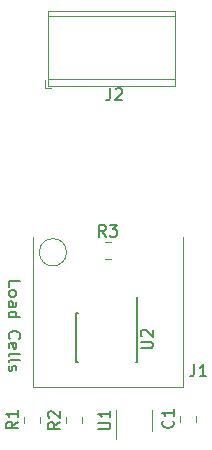
<source format=gto>
G04 #@! TF.GenerationSoftware,KiCad,Pcbnew,(5.1.0)-1*
G04 #@! TF.CreationDate,2019-04-03T23:02:26-04:00*
G04 #@! TF.ProjectId,loadcell_daughter,6c6f6164-6365-46c6-9c5f-646175676874,rev?*
G04 #@! TF.SameCoordinates,Original*
G04 #@! TF.FileFunction,Legend,Top*
G04 #@! TF.FilePolarity,Positive*
%FSLAX46Y46*%
G04 Gerber Fmt 4.6, Leading zero omitted, Abs format (unit mm)*
G04 Created by KiCad (PCBNEW (5.1.0)-1) date 2019-04-03 23:02:26*
%MOMM*%
%LPD*%
G04 APERTURE LIST*
%ADD10C,0.120000*%
%ADD11C,0.150000*%
G04 APERTURE END LIST*
D10*
X154058034Y-91948000D02*
G75*
G03X154058034Y-91948000I-1150034J0D01*
G01*
D11*
X149153619Y-94885285D02*
X149153619Y-94409095D01*
X150153619Y-94409095D01*
X149153619Y-95361476D02*
X149201238Y-95266238D01*
X149248857Y-95218619D01*
X149344095Y-95171000D01*
X149629809Y-95171000D01*
X149725047Y-95218619D01*
X149772666Y-95266238D01*
X149820285Y-95361476D01*
X149820285Y-95504333D01*
X149772666Y-95599571D01*
X149725047Y-95647190D01*
X149629809Y-95694809D01*
X149344095Y-95694809D01*
X149248857Y-95647190D01*
X149201238Y-95599571D01*
X149153619Y-95504333D01*
X149153619Y-95361476D01*
X149153619Y-96551952D02*
X149677428Y-96551952D01*
X149772666Y-96504333D01*
X149820285Y-96409095D01*
X149820285Y-96218619D01*
X149772666Y-96123380D01*
X149201238Y-96551952D02*
X149153619Y-96456714D01*
X149153619Y-96218619D01*
X149201238Y-96123380D01*
X149296476Y-96075761D01*
X149391714Y-96075761D01*
X149486952Y-96123380D01*
X149534571Y-96218619D01*
X149534571Y-96456714D01*
X149582190Y-96551952D01*
X149153619Y-97456714D02*
X150153619Y-97456714D01*
X149201238Y-97456714D02*
X149153619Y-97361476D01*
X149153619Y-97171000D01*
X149201238Y-97075761D01*
X149248857Y-97028142D01*
X149344095Y-96980523D01*
X149629809Y-96980523D01*
X149725047Y-97028142D01*
X149772666Y-97075761D01*
X149820285Y-97171000D01*
X149820285Y-97361476D01*
X149772666Y-97456714D01*
X149248857Y-99266238D02*
X149201238Y-99218619D01*
X149153619Y-99075761D01*
X149153619Y-98980523D01*
X149201238Y-98837666D01*
X149296476Y-98742428D01*
X149391714Y-98694809D01*
X149582190Y-98647190D01*
X149725047Y-98647190D01*
X149915523Y-98694809D01*
X150010761Y-98742428D01*
X150106000Y-98837666D01*
X150153619Y-98980523D01*
X150153619Y-99075761D01*
X150106000Y-99218619D01*
X150058380Y-99266238D01*
X149201238Y-100075761D02*
X149153619Y-99980523D01*
X149153619Y-99790047D01*
X149201238Y-99694809D01*
X149296476Y-99647190D01*
X149677428Y-99647190D01*
X149772666Y-99694809D01*
X149820285Y-99790047D01*
X149820285Y-99980523D01*
X149772666Y-100075761D01*
X149677428Y-100123380D01*
X149582190Y-100123380D01*
X149486952Y-99647190D01*
X149153619Y-100694809D02*
X149201238Y-100599571D01*
X149296476Y-100551952D01*
X150153619Y-100551952D01*
X149153619Y-101218619D02*
X149201238Y-101123380D01*
X149296476Y-101075761D01*
X150153619Y-101075761D01*
X149201238Y-101551952D02*
X149153619Y-101647190D01*
X149153619Y-101837666D01*
X149201238Y-101932904D01*
X149296476Y-101980523D01*
X149344095Y-101980523D01*
X149439333Y-101932904D01*
X149486952Y-101837666D01*
X149486952Y-101694809D01*
X149534571Y-101599571D01*
X149629809Y-101551952D01*
X149677428Y-101551952D01*
X149772666Y-101599571D01*
X149820285Y-101694809D01*
X149820285Y-101837666D01*
X149772666Y-101932904D01*
X160005000Y-97112000D02*
X160005000Y-95712000D01*
X154905000Y-97112000D02*
X154905000Y-101262000D01*
X160055000Y-97112000D02*
X160055000Y-101262000D01*
X154905000Y-97112000D02*
X155050000Y-97112000D01*
X154905000Y-101262000D02*
X155050000Y-101262000D01*
X160055000Y-101262000D02*
X159910000Y-101262000D01*
X160055000Y-97112000D02*
X160005000Y-97112000D01*
D10*
X163628000Y-106303578D02*
X163628000Y-105786422D01*
X165048000Y-106303578D02*
X165048000Y-105786422D01*
X163957000Y-103378000D02*
X151257000Y-103378000D01*
X151257000Y-103378000D02*
X151257000Y-90678000D01*
X163957000Y-103378000D02*
X163957000Y-90678000D01*
X152491000Y-77276000D02*
X163231000Y-77276000D01*
X152491000Y-71976000D02*
X163231000Y-71976000D01*
X152491000Y-71516000D02*
X163231000Y-71516000D01*
X152491000Y-77836000D02*
X163231000Y-77836000D01*
X152491000Y-71516000D02*
X152491000Y-77836000D01*
X163231000Y-71516000D02*
X163231000Y-77836000D01*
X152251000Y-77336000D02*
X152251000Y-78076000D01*
X152251000Y-78076000D02*
X152751000Y-78076000D01*
X151840000Y-106382078D02*
X151840000Y-105864922D01*
X150420000Y-106382078D02*
X150420000Y-105864922D01*
X153976000Y-106430578D02*
X153976000Y-105913422D01*
X155396000Y-106430578D02*
X155396000Y-105913422D01*
X157299922Y-91111000D02*
X157817078Y-91111000D01*
X157299922Y-92531000D02*
X157817078Y-92531000D01*
X161326000Y-107052000D02*
X161326000Y-105292000D01*
X158256000Y-105292000D02*
X158256000Y-107722000D01*
D11*
X160361380Y-100075904D02*
X161170904Y-100075904D01*
X161266142Y-100028285D01*
X161313761Y-99980666D01*
X161361380Y-99885428D01*
X161361380Y-99694952D01*
X161313761Y-99599714D01*
X161266142Y-99552095D01*
X161170904Y-99504476D01*
X160361380Y-99504476D01*
X160456619Y-99075904D02*
X160409000Y-99028285D01*
X160361380Y-98933047D01*
X160361380Y-98694952D01*
X160409000Y-98599714D01*
X160456619Y-98552095D01*
X160551857Y-98504476D01*
X160647095Y-98504476D01*
X160789952Y-98552095D01*
X161361380Y-99123523D01*
X161361380Y-98504476D01*
X163045142Y-106211666D02*
X163092761Y-106259285D01*
X163140380Y-106402142D01*
X163140380Y-106497380D01*
X163092761Y-106640238D01*
X162997523Y-106735476D01*
X162902285Y-106783095D01*
X162711809Y-106830714D01*
X162568952Y-106830714D01*
X162378476Y-106783095D01*
X162283238Y-106735476D01*
X162188000Y-106640238D01*
X162140380Y-106497380D01*
X162140380Y-106402142D01*
X162188000Y-106259285D01*
X162235619Y-106211666D01*
X163140380Y-105259285D02*
X163140380Y-105830714D01*
X163140380Y-105545000D02*
X162140380Y-105545000D01*
X162283238Y-105640238D01*
X162378476Y-105735476D01*
X162426095Y-105830714D01*
X164893666Y-101433380D02*
X164893666Y-102147666D01*
X164846047Y-102290523D01*
X164750809Y-102385761D01*
X164607952Y-102433380D01*
X164512714Y-102433380D01*
X165893666Y-102433380D02*
X165322238Y-102433380D01*
X165607952Y-102433380D02*
X165607952Y-101433380D01*
X165512714Y-101576238D01*
X165417476Y-101671476D01*
X165322238Y-101719095D01*
X157781666Y-78065380D02*
X157781666Y-78779666D01*
X157734047Y-78922523D01*
X157638809Y-79017761D01*
X157495952Y-79065380D01*
X157400714Y-79065380D01*
X158210238Y-78160619D02*
X158257857Y-78113000D01*
X158353095Y-78065380D01*
X158591190Y-78065380D01*
X158686428Y-78113000D01*
X158734047Y-78160619D01*
X158781666Y-78255857D01*
X158781666Y-78351095D01*
X158734047Y-78493952D01*
X158162619Y-79065380D01*
X158781666Y-79065380D01*
X149932380Y-106290166D02*
X149456190Y-106623500D01*
X149932380Y-106861595D02*
X148932380Y-106861595D01*
X148932380Y-106480642D01*
X148980000Y-106385404D01*
X149027619Y-106337785D01*
X149122857Y-106290166D01*
X149265714Y-106290166D01*
X149360952Y-106337785D01*
X149408571Y-106385404D01*
X149456190Y-106480642D01*
X149456190Y-106861595D01*
X149932380Y-105337785D02*
X149932380Y-105909214D01*
X149932380Y-105623500D02*
X148932380Y-105623500D01*
X149075238Y-105718738D01*
X149170476Y-105813976D01*
X149218095Y-105909214D01*
X153488380Y-106338666D02*
X153012190Y-106672000D01*
X153488380Y-106910095D02*
X152488380Y-106910095D01*
X152488380Y-106529142D01*
X152536000Y-106433904D01*
X152583619Y-106386285D01*
X152678857Y-106338666D01*
X152821714Y-106338666D01*
X152916952Y-106386285D01*
X152964571Y-106433904D01*
X153012190Y-106529142D01*
X153012190Y-106910095D01*
X152583619Y-105957714D02*
X152536000Y-105910095D01*
X152488380Y-105814857D01*
X152488380Y-105576761D01*
X152536000Y-105481523D01*
X152583619Y-105433904D01*
X152678857Y-105386285D01*
X152774095Y-105386285D01*
X152916952Y-105433904D01*
X153488380Y-106005333D01*
X153488380Y-105386285D01*
X157391833Y-90623380D02*
X157058500Y-90147190D01*
X156820404Y-90623380D02*
X156820404Y-89623380D01*
X157201357Y-89623380D01*
X157296595Y-89671000D01*
X157344214Y-89718619D01*
X157391833Y-89813857D01*
X157391833Y-89956714D01*
X157344214Y-90051952D01*
X157296595Y-90099571D01*
X157201357Y-90147190D01*
X156820404Y-90147190D01*
X157725166Y-89623380D02*
X158344214Y-89623380D01*
X158010880Y-90004333D01*
X158153738Y-90004333D01*
X158248976Y-90051952D01*
X158296595Y-90099571D01*
X158344214Y-90194809D01*
X158344214Y-90432904D01*
X158296595Y-90528142D01*
X158248976Y-90575761D01*
X158153738Y-90623380D01*
X157868023Y-90623380D01*
X157772785Y-90575761D01*
X157725166Y-90528142D01*
X156768380Y-106933904D02*
X157577904Y-106933904D01*
X157673142Y-106886285D01*
X157720761Y-106838666D01*
X157768380Y-106743428D01*
X157768380Y-106552952D01*
X157720761Y-106457714D01*
X157673142Y-106410095D01*
X157577904Y-106362476D01*
X156768380Y-106362476D01*
X157768380Y-105362476D02*
X157768380Y-105933904D01*
X157768380Y-105648190D02*
X156768380Y-105648190D01*
X156911238Y-105743428D01*
X157006476Y-105838666D01*
X157054095Y-105933904D01*
M02*

</source>
